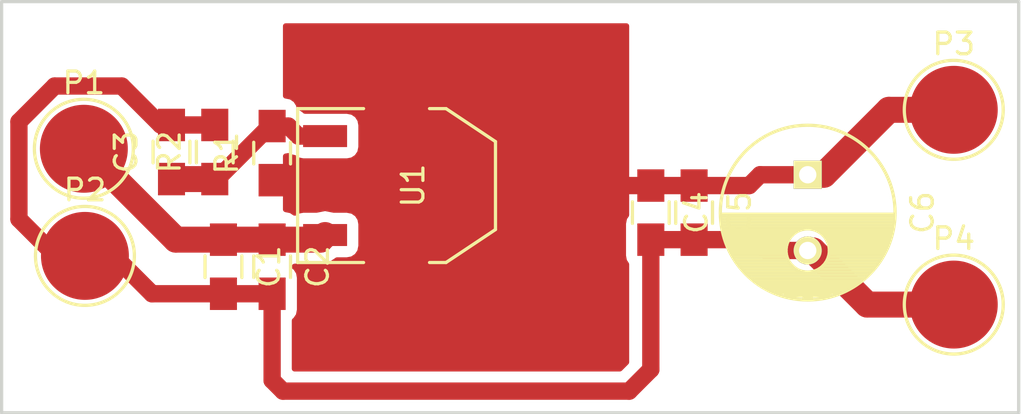
<source format=kicad_pcb>
(kicad_pcb (version 4) (host pcbnew 4.0.0-stable)

  (general
    (links 20)
    (no_connects 0)
    (area 141.924999 96.924999 189.075001 116.075001)
    (thickness 1.6)
    (drawings 4)
    (tracks 48)
    (zones 0)
    (modules 13)
    (nets 5)
  )

  (page A4)
  (layers
    (0 F.Cu signal)
    (31 B.Cu signal)
    (32 B.Adhes user)
    (33 F.Adhes user)
    (34 B.Paste user)
    (35 F.Paste user)
    (36 B.SilkS user)
    (37 F.SilkS user)
    (38 B.Mask user)
    (39 F.Mask user)
    (40 Dwgs.User user)
    (41 Cmts.User user)
    (42 Eco1.User user)
    (43 Eco2.User user)
    (44 Edge.Cuts user)
    (45 Margin user)
    (46 B.CrtYd user)
    (47 F.CrtYd user)
    (48 B.Fab user)
    (49 F.Fab user)
  )

  (setup
    (last_trace_width 0.25)
    (user_trace_width 0.4)
    (user_trace_width 0.5)
    (user_trace_width 0.8)
    (user_trace_width 1.2)
    (trace_clearance 0.2)
    (zone_clearance 0.508)
    (zone_45_only no)
    (trace_min 0.2)
    (segment_width 0.2)
    (edge_width 0.15)
    (via_size 0.6)
    (via_drill 0.4)
    (via_min_size 0.4)
    (via_min_drill 0.3)
    (uvia_size 0.3)
    (uvia_drill 0.1)
    (uvias_allowed no)
    (uvia_min_size 0.2)
    (uvia_min_drill 0.1)
    (pcb_text_width 0.3)
    (pcb_text_size 1.5 1.5)
    (mod_edge_width 0.15)
    (mod_text_size 1 1)
    (mod_text_width 0.15)
    (pad_size 1.524 1.524)
    (pad_drill 0.762)
    (pad_to_mask_clearance 0.2)
    (aux_axis_origin 0 0)
    (visible_elements 7FFFFFFF)
    (pcbplotparams
      (layerselection 0x00030_80000001)
      (usegerberextensions false)
      (excludeedgelayer true)
      (linewidth 0.100000)
      (plotframeref false)
      (viasonmask false)
      (mode 1)
      (useauxorigin false)
      (hpglpennumber 1)
      (hpglpenspeed 20)
      (hpglpendiameter 15)
      (hpglpenoverlay 2)
      (psnegative false)
      (psa4output false)
      (plotreference true)
      (plotvalue true)
      (plotinvisibletext false)
      (padsonsilk false)
      (subtractmaskfromsilk false)
      (outputformat 1)
      (mirror false)
      (drillshape 1)
      (scaleselection 1)
      (outputdirectory plot/))
  )

  (net 0 "")
  (net 1 "Net-(C1-Pad1)")
  (net 2 GND)
  (net 3 "Net-(C3-Pad1)")
  (net 4 "Net-(C4-Pad1)")

  (net_class Default "This is the default net class."
    (clearance 0.2)
    (trace_width 0.25)
    (via_dia 0.6)
    (via_drill 0.4)
    (uvia_dia 0.3)
    (uvia_drill 0.1)
    (add_net GND)
    (add_net "Net-(C1-Pad1)")
    (add_net "Net-(C3-Pad1)")
    (add_net "Net-(C4-Pad1)")
  )

  (module Connect:1pin (layer F.Cu) (tedit 572B9C71) (tstamp 572B9C88)
    (at 186 111)
    (descr "module 1 pin (ou trou mecanique de percage)")
    (tags DEV)
    (path /572BA5FE)
    (fp_text reference P4 (at 0 -3.048) (layer F.SilkS)
      (effects (font (size 1 1) (thickness 0.15)))
    )
    (fp_text value gnd (at 0 2.794) (layer F.Fab)
      (effects (font (size 1 1) (thickness 0.15)))
    )
    (fp_circle (center 0 0) (end 0 -2.286) (layer F.SilkS) (width 0.15))
    (pad 1 smd circle (at 0 0) (size 4.064 4.064) (layers F.Cu F.Paste F.Mask)
      (net 2 GND))
  )

  (module Connect:1pin (layer F.Cu) (tedit 572B9ABB) (tstamp 572B99A0)
    (at 186 102)
    (descr "module 1 pin (ou trou mecanique de percage)")
    (tags DEV)
    (path /572B9BAE)
    (fp_text reference P3 (at 0 -3.048) (layer F.SilkS)
      (effects (font (size 1 1) (thickness 0.15)))
    )
    (fp_text value out-12v (at 0 2.794) (layer F.Fab)
      (effects (font (size 1 1) (thickness 0.15)))
    )
    (fp_circle (center 0 0) (end 0 -2.286) (layer F.SilkS) (width 0.15))
    (pad 1 smd circle (at 0 0) (size 4.064 4.064) (layers F.Cu F.Paste F.Mask)
      (net 4 "Net-(C4-Pad1)"))
  )

  (module Connect:1pin (layer F.Cu) (tedit 572B9A98) (tstamp 572B9996)
    (at 145.8 103.8)
    (descr "module 1 pin (ou trou mecanique de percage)")
    (tags DEV)
    (path /572B9B47)
    (fp_text reference P1 (at 0 -3.048) (layer F.SilkS)
      (effects (font (size 1 1) (thickness 0.15)))
    )
    (fp_text value in-15v (at 0 2.794) (layer F.Fab)
      (effects (font (size 1 1) (thickness 0.15)))
    )
    (fp_circle (center 0 0) (end 0 -2.286) (layer F.SilkS) (width 0.15))
    (pad 1 smd circle (at 0 0) (size 4.064 4.064) (layers F.Cu F.Paste F.Mask)
      (net 1 "Net-(C1-Pad1)"))
  )

  (module Connect:1pin (layer F.Cu) (tedit 572B9A69) (tstamp 572B999B)
    (at 145.85 108.75)
    (descr "module 1 pin (ou trou mecanique de percage)")
    (tags DEV)
    (path /572B9F41)
    (fp_text reference P2 (at 0 -3.048) (layer F.SilkS)
      (effects (font (size 1 1) (thickness 0.15)))
    )
    (fp_text value gnd (at 0 2.794) (layer F.Fab)
      (effects (font (size 1 1) (thickness 0.15)))
    )
    (fp_circle (center 0 0) (end 0 -2.286) (layer F.SilkS) (width 0.15))
    (pad 1 smd circle (at 0 0) (size 4.064 4.064) (layers F.Cu F.Paste F.Mask)
      (net 2 GND))
  )

  (module TO_SOT_Packages_SMD:SOT-223 (layer F.Cu) (tedit 572B99DE) (tstamp 572B99B4)
    (at 160.25 105.5 270)
    (descr "module CMS SOT223 4 pins")
    (tags "CMS SOT")
    (path /572B9637)
    (attr smd)
    (fp_text reference U1 (at 0 -0.762 270) (layer F.SilkS)
      (effects (font (size 1 1) (thickness 0.15)))
    )
    (fp_text value LM317EMP (at 0 0.762 270) (layer F.Fab)
      (effects (font (size 1 1) (thickness 0.15)))
    )
    (fp_line (start -3.556 1.524) (end -3.556 4.572) (layer F.SilkS) (width 0.15))
    (fp_line (start -3.556 4.572) (end 3.556 4.572) (layer F.SilkS) (width 0.15))
    (fp_line (start 3.556 4.572) (end 3.556 1.524) (layer F.SilkS) (width 0.15))
    (fp_line (start -3.556 -1.524) (end -3.556 -2.286) (layer F.SilkS) (width 0.15))
    (fp_line (start -3.556 -2.286) (end -2.032 -4.572) (layer F.SilkS) (width 0.15))
    (fp_line (start -2.032 -4.572) (end 2.032 -4.572) (layer F.SilkS) (width 0.15))
    (fp_line (start 2.032 -4.572) (end 3.556 -2.286) (layer F.SilkS) (width 0.15))
    (fp_line (start 3.556 -2.286) (end 3.556 -1.524) (layer F.SilkS) (width 0.15))
    (pad 2 smd rect (at 0 -3.302 270) (size 3.6576 2.032) (layers F.Cu F.Paste F.Mask)
      (net 4 "Net-(C4-Pad1)"))
    (pad 2 smd rect (at 0 3.302 270) (size 1.016 2.032) (layers F.Cu F.Paste F.Mask)
      (net 4 "Net-(C4-Pad1)"))
    (pad 3 smd rect (at 2.286 3.302 270) (size 1.016 2.032) (layers F.Cu F.Paste F.Mask)
      (net 1 "Net-(C1-Pad1)"))
    (pad 1 smd rect (at -2.286 3.302 270) (size 1.016 2.032) (layers F.Cu F.Paste F.Mask)
      (net 3 "Net-(C3-Pad1)"))
    (model TO_SOT_Packages_SMD.3dshapes/SOT-223.wrl
      (at (xyz 0 0 0))
      (scale (xyz 0.4 0.4 0.4))
      (rotate (xyz 0 0 0))
    )
  )

  (module Capacitors_SMD:C_0805_HandSoldering (layer F.Cu) (tedit 573B5D94) (tstamp 572B9973)
    (at 152.25 109.25 270)
    (descr "Capacitor SMD 0805, hand soldering")
    (tags "capacitor 0805")
    (path /572B9AF5)
    (attr smd)
    (fp_text reference C1 (at 0 -2.1 270) (layer F.SilkS)
      (effects (font (size 1 1) (thickness 0.15)))
    )
    (fp_text value 4u7 (at -0.25 0.25 270) (layer F.Fab)
      (effects (font (size 1 1) (thickness 0.15)))
    )
    (fp_line (start -2.3 -1) (end 2.3 -1) (layer F.CrtYd) (width 0.05))
    (fp_line (start -2.3 1) (end 2.3 1) (layer F.CrtYd) (width 0.05))
    (fp_line (start -2.3 -1) (end -2.3 1) (layer F.CrtYd) (width 0.05))
    (fp_line (start 2.3 -1) (end 2.3 1) (layer F.CrtYd) (width 0.05))
    (fp_line (start 0.5 -0.85) (end -0.5 -0.85) (layer F.SilkS) (width 0.15))
    (fp_line (start -0.5 0.85) (end 0.5 0.85) (layer F.SilkS) (width 0.15))
    (pad 1 smd rect (at -1.25 0 270) (size 1.5 1.25) (layers F.Cu F.Paste F.Mask)
      (net 1 "Net-(C1-Pad1)"))
    (pad 2 smd rect (at 1.25 0 270) (size 1.5 1.25) (layers F.Cu F.Paste F.Mask)
      (net 2 GND))
    (model Capacitors_SMD.3dshapes/C_0805_HandSoldering.wrl
      (at (xyz 0 0 0))
      (scale (xyz 1 1 1))
      (rotate (xyz 0 0 0))
    )
  )

  (module Capacitors_SMD:C_0805_HandSoldering (layer F.Cu) (tedit 573B5D92) (tstamp 572B9979)
    (at 154.5 109.25 270)
    (descr "Capacitor SMD 0805, hand soldering")
    (tags "capacitor 0805")
    (path /572B995B)
    (attr smd)
    (fp_text reference C2 (at 0 -2.1 270) (layer F.SilkS)
      (effects (font (size 1 1) (thickness 0.15)))
    )
    (fp_text value 100n (at -0.25 0.5 270) (layer F.Fab)
      (effects (font (size 1 1) (thickness 0.15)))
    )
    (fp_line (start -2.3 -1) (end 2.3 -1) (layer F.CrtYd) (width 0.05))
    (fp_line (start -2.3 1) (end 2.3 1) (layer F.CrtYd) (width 0.05))
    (fp_line (start -2.3 -1) (end -2.3 1) (layer F.CrtYd) (width 0.05))
    (fp_line (start 2.3 -1) (end 2.3 1) (layer F.CrtYd) (width 0.05))
    (fp_line (start 0.5 -0.85) (end -0.5 -0.85) (layer F.SilkS) (width 0.15))
    (fp_line (start -0.5 0.85) (end 0.5 0.85) (layer F.SilkS) (width 0.15))
    (pad 1 smd rect (at -1.25 0 270) (size 1.5 1.25) (layers F.Cu F.Paste F.Mask)
      (net 1 "Net-(C1-Pad1)"))
    (pad 2 smd rect (at 1.25 0 270) (size 1.5 1.25) (layers F.Cu F.Paste F.Mask)
      (net 2 GND))
    (model Capacitors_SMD.3dshapes/C_0805_HandSoldering.wrl
      (at (xyz 0 0 0))
      (scale (xyz 1 1 1))
      (rotate (xyz 0 0 0))
    )
  )

  (module Capacitors_SMD:C_0805_HandSoldering (layer F.Cu) (tedit 573B5D8D) (tstamp 572B997F)
    (at 149.85 103.95 90)
    (descr "Capacitor SMD 0805, hand soldering")
    (tags "capacitor 0805")
    (path /572B97E2)
    (attr smd)
    (fp_text reference C3 (at 0 -2.1 90) (layer F.SilkS)
      (effects (font (size 1 1) (thickness 0.15)))
    )
    (fp_text value 100n (at -0.05 0.15 90) (layer F.Fab)
      (effects (font (size 1 1) (thickness 0.15)))
    )
    (fp_line (start -2.3 -1) (end 2.3 -1) (layer F.CrtYd) (width 0.05))
    (fp_line (start -2.3 1) (end 2.3 1) (layer F.CrtYd) (width 0.05))
    (fp_line (start -2.3 -1) (end -2.3 1) (layer F.CrtYd) (width 0.05))
    (fp_line (start 2.3 -1) (end 2.3 1) (layer F.CrtYd) (width 0.05))
    (fp_line (start 0.5 -0.85) (end -0.5 -0.85) (layer F.SilkS) (width 0.15))
    (fp_line (start -0.5 0.85) (end 0.5 0.85) (layer F.SilkS) (width 0.15))
    (pad 1 smd rect (at -1.25 0 90) (size 1.5 1.25) (layers F.Cu F.Paste F.Mask)
      (net 3 "Net-(C3-Pad1)"))
    (pad 2 smd rect (at 1.25 0 90) (size 1.5 1.25) (layers F.Cu F.Paste F.Mask)
      (net 2 GND))
    (model Capacitors_SMD.3dshapes/C_0805_HandSoldering.wrl
      (at (xyz 0 0 0))
      (scale (xyz 1 1 1))
      (rotate (xyz 0 0 0))
    )
  )

  (module Capacitors_SMD:C_0805_HandSoldering (layer F.Cu) (tedit 541A9B8D) (tstamp 572B9985)
    (at 172 106.75 270)
    (descr "Capacitor SMD 0805, hand soldering")
    (tags "capacitor 0805")
    (path /572B9C6F)
    (attr smd)
    (fp_text reference C4 (at 0 -2.1 270) (layer F.SilkS)
      (effects (font (size 1 1) (thickness 0.15)))
    )
    (fp_text value 100n (at 0 2.1 270) (layer F.Fab)
      (effects (font (size 1 1) (thickness 0.15)))
    )
    (fp_line (start -2.3 -1) (end 2.3 -1) (layer F.CrtYd) (width 0.05))
    (fp_line (start -2.3 1) (end 2.3 1) (layer F.CrtYd) (width 0.05))
    (fp_line (start -2.3 -1) (end -2.3 1) (layer F.CrtYd) (width 0.05))
    (fp_line (start 2.3 -1) (end 2.3 1) (layer F.CrtYd) (width 0.05))
    (fp_line (start 0.5 -0.85) (end -0.5 -0.85) (layer F.SilkS) (width 0.15))
    (fp_line (start -0.5 0.85) (end 0.5 0.85) (layer F.SilkS) (width 0.15))
    (pad 1 smd rect (at -1.25 0 270) (size 1.5 1.25) (layers F.Cu F.Paste F.Mask)
      (net 4 "Net-(C4-Pad1)"))
    (pad 2 smd rect (at 1.25 0 270) (size 1.5 1.25) (layers F.Cu F.Paste F.Mask)
      (net 2 GND))
    (model Capacitors_SMD.3dshapes/C_0805_HandSoldering.wrl
      (at (xyz 0 0 0))
      (scale (xyz 1 1 1))
      (rotate (xyz 0 0 0))
    )
  )

  (module Capacitors_SMD:C_0805_HandSoldering (layer F.Cu) (tedit 541A9B8D) (tstamp 572B998B)
    (at 174 106.75 270)
    (descr "Capacitor SMD 0805, hand soldering")
    (tags "capacitor 0805")
    (path /572B9D68)
    (attr smd)
    (fp_text reference C5 (at 0 -2.1 270) (layer F.SilkS)
      (effects (font (size 1 1) (thickness 0.15)))
    )
    (fp_text value 4u7 (at 0 2.1 270) (layer F.Fab)
      (effects (font (size 1 1) (thickness 0.15)))
    )
    (fp_line (start -2.3 -1) (end 2.3 -1) (layer F.CrtYd) (width 0.05))
    (fp_line (start -2.3 1) (end 2.3 1) (layer F.CrtYd) (width 0.05))
    (fp_line (start -2.3 -1) (end -2.3 1) (layer F.CrtYd) (width 0.05))
    (fp_line (start 2.3 -1) (end 2.3 1) (layer F.CrtYd) (width 0.05))
    (fp_line (start 0.5 -0.85) (end -0.5 -0.85) (layer F.SilkS) (width 0.15))
    (fp_line (start -0.5 0.85) (end 0.5 0.85) (layer F.SilkS) (width 0.15))
    (pad 1 smd rect (at -1.25 0 270) (size 1.5 1.25) (layers F.Cu F.Paste F.Mask)
      (net 4 "Net-(C4-Pad1)"))
    (pad 2 smd rect (at 1.25 0 270) (size 1.5 1.25) (layers F.Cu F.Paste F.Mask)
      (net 2 GND))
    (model Capacitors_SMD.3dshapes/C_0805_HandSoldering.wrl
      (at (xyz 0 0 0))
      (scale (xyz 1 1 1))
      (rotate (xyz 0 0 0))
    )
  )

  (module Capacitors_ThroughHole:C_Radial_D8_L11.5_P3.5 (layer F.Cu) (tedit 0) (tstamp 572B9991)
    (at 179.25 105 270)
    (descr "Radial Electrolytic Capacitor Diameter 8mm x Length 11.5mm, Pitch 3.5mm")
    (tags "Electrolytic Capacitor")
    (path /572B9E01)
    (fp_text reference C6 (at 1.75 -5.3 270) (layer F.SilkS)
      (effects (font (size 1 1) (thickness 0.15)))
    )
    (fp_text value CP (at 1.75 5.3 270) (layer F.Fab)
      (effects (font (size 1 1) (thickness 0.15)))
    )
    (fp_line (start 1.825 -3.999) (end 1.825 3.999) (layer F.SilkS) (width 0.15))
    (fp_line (start 1.965 -3.994) (end 1.965 3.994) (layer F.SilkS) (width 0.15))
    (fp_line (start 2.105 -3.984) (end 2.105 3.984) (layer F.SilkS) (width 0.15))
    (fp_line (start 2.245 -3.969) (end 2.245 3.969) (layer F.SilkS) (width 0.15))
    (fp_line (start 2.385 -3.949) (end 2.385 3.949) (layer F.SilkS) (width 0.15))
    (fp_line (start 2.525 -3.924) (end 2.525 -0.222) (layer F.SilkS) (width 0.15))
    (fp_line (start 2.525 0.222) (end 2.525 3.924) (layer F.SilkS) (width 0.15))
    (fp_line (start 2.665 -3.894) (end 2.665 -0.55) (layer F.SilkS) (width 0.15))
    (fp_line (start 2.665 0.55) (end 2.665 3.894) (layer F.SilkS) (width 0.15))
    (fp_line (start 2.805 -3.858) (end 2.805 -0.719) (layer F.SilkS) (width 0.15))
    (fp_line (start 2.805 0.719) (end 2.805 3.858) (layer F.SilkS) (width 0.15))
    (fp_line (start 2.945 -3.817) (end 2.945 -0.832) (layer F.SilkS) (width 0.15))
    (fp_line (start 2.945 0.832) (end 2.945 3.817) (layer F.SilkS) (width 0.15))
    (fp_line (start 3.085 -3.771) (end 3.085 -0.91) (layer F.SilkS) (width 0.15))
    (fp_line (start 3.085 0.91) (end 3.085 3.771) (layer F.SilkS) (width 0.15))
    (fp_line (start 3.225 -3.718) (end 3.225 -0.961) (layer F.SilkS) (width 0.15))
    (fp_line (start 3.225 0.961) (end 3.225 3.718) (layer F.SilkS) (width 0.15))
    (fp_line (start 3.365 -3.659) (end 3.365 -0.991) (layer F.SilkS) (width 0.15))
    (fp_line (start 3.365 0.991) (end 3.365 3.659) (layer F.SilkS) (width 0.15))
    (fp_line (start 3.505 -3.594) (end 3.505 -1) (layer F.SilkS) (width 0.15))
    (fp_line (start 3.505 1) (end 3.505 3.594) (layer F.SilkS) (width 0.15))
    (fp_line (start 3.645 -3.523) (end 3.645 -0.989) (layer F.SilkS) (width 0.15))
    (fp_line (start 3.645 0.989) (end 3.645 3.523) (layer F.SilkS) (width 0.15))
    (fp_line (start 3.785 -3.444) (end 3.785 -0.959) (layer F.SilkS) (width 0.15))
    (fp_line (start 3.785 0.959) (end 3.785 3.444) (layer F.SilkS) (width 0.15))
    (fp_line (start 3.925 -3.357) (end 3.925 -0.905) (layer F.SilkS) (width 0.15))
    (fp_line (start 3.925 0.905) (end 3.925 3.357) (layer F.SilkS) (width 0.15))
    (fp_line (start 4.065 -3.262) (end 4.065 -0.825) (layer F.SilkS) (width 0.15))
    (fp_line (start 4.065 0.825) (end 4.065 3.262) (layer F.SilkS) (width 0.15))
    (fp_line (start 4.205 -3.158) (end 4.205 -0.709) (layer F.SilkS) (width 0.15))
    (fp_line (start 4.205 0.709) (end 4.205 3.158) (layer F.SilkS) (width 0.15))
    (fp_line (start 4.345 -3.044) (end 4.345 -0.535) (layer F.SilkS) (width 0.15))
    (fp_line (start 4.345 0.535) (end 4.345 3.044) (layer F.SilkS) (width 0.15))
    (fp_line (start 4.485 -2.919) (end 4.485 -0.173) (layer F.SilkS) (width 0.15))
    (fp_line (start 4.485 0.173) (end 4.485 2.919) (layer F.SilkS) (width 0.15))
    (fp_line (start 4.625 -2.781) (end 4.625 2.781) (layer F.SilkS) (width 0.15))
    (fp_line (start 4.765 -2.629) (end 4.765 2.629) (layer F.SilkS) (width 0.15))
    (fp_line (start 4.905 -2.459) (end 4.905 2.459) (layer F.SilkS) (width 0.15))
    (fp_line (start 5.045 -2.268) (end 5.045 2.268) (layer F.SilkS) (width 0.15))
    (fp_line (start 5.185 -2.05) (end 5.185 2.05) (layer F.SilkS) (width 0.15))
    (fp_line (start 5.325 -1.794) (end 5.325 1.794) (layer F.SilkS) (width 0.15))
    (fp_line (start 5.465 -1.483) (end 5.465 1.483) (layer F.SilkS) (width 0.15))
    (fp_line (start 5.605 -1.067) (end 5.605 1.067) (layer F.SilkS) (width 0.15))
    (fp_line (start 5.745 -0.2) (end 5.745 0.2) (layer F.SilkS) (width 0.15))
    (fp_circle (center 3.5 0) (end 3.5 -1) (layer F.SilkS) (width 0.15))
    (fp_circle (center 1.75 0) (end 1.75 -4.0375) (layer F.SilkS) (width 0.15))
    (fp_circle (center 1.75 0) (end 1.75 -4.3) (layer F.CrtYd) (width 0.05))
    (pad 2 thru_hole circle (at 3.5 0 270) (size 1.3 1.3) (drill 0.8) (layers *.Cu *.Mask F.SilkS)
      (net 2 GND))
    (pad 1 thru_hole rect (at 0 0 270) (size 1.3 1.3) (drill 0.8) (layers *.Cu *.Mask F.SilkS)
      (net 4 "Net-(C4-Pad1)"))
    (model Capacitors_ThroughHole.3dshapes/C_Radial_D8_L11.5_P3.5.wrl
      (at (xyz 0 0 0))
      (scale (xyz 1 1 1))
      (rotate (xyz 0 0 0))
    )
  )

  (module Capacitors_SMD:C_0805_HandSoldering (layer F.Cu) (tedit 573B5D80) (tstamp 572B99A6)
    (at 154.5 104 90)
    (descr "Capacitor SMD 0805, hand soldering")
    (tags "capacitor 0805")
    (path /572B968F)
    (attr smd)
    (fp_text reference R1 (at 0 -2.1 90) (layer F.SilkS)
      (effects (font (size 1 1) (thickness 0.15)))
    )
    (fp_text value 820R (at 0 0.5 90) (layer F.Fab)
      (effects (font (size 1 1) (thickness 0.15)))
    )
    (fp_line (start -2.3 -1) (end 2.3 -1) (layer F.CrtYd) (width 0.05))
    (fp_line (start -2.3 1) (end 2.3 1) (layer F.CrtYd) (width 0.05))
    (fp_line (start -2.3 -1) (end -2.3 1) (layer F.CrtYd) (width 0.05))
    (fp_line (start 2.3 -1) (end 2.3 1) (layer F.CrtYd) (width 0.05))
    (fp_line (start 0.5 -0.85) (end -0.5 -0.85) (layer F.SilkS) (width 0.15))
    (fp_line (start -0.5 0.85) (end 0.5 0.85) (layer F.SilkS) (width 0.15))
    (pad 1 smd rect (at -1.25 0 90) (size 1.5 1.25) (layers F.Cu F.Paste F.Mask)
      (net 4 "Net-(C4-Pad1)"))
    (pad 2 smd rect (at 1.25 0 90) (size 1.5 1.25) (layers F.Cu F.Paste F.Mask)
      (net 3 "Net-(C3-Pad1)"))
    (model Capacitors_SMD.3dshapes/C_0805_HandSoldering.wrl
      (at (xyz 0 0 0))
      (scale (xyz 1 1 1))
      (rotate (xyz 0 0 0))
    )
  )

  (module Capacitors_SMD:C_0805_HandSoldering (layer F.Cu) (tedit 573B5D8A) (tstamp 572B99AC)
    (at 151.85 103.95 90)
    (descr "Capacitor SMD 0805, hand soldering")
    (tags "capacitor 0805")
    (path /572B972E)
    (attr smd)
    (fp_text reference R2 (at 0 -2.1 90) (layer F.SilkS)
      (effects (font (size 1 1) (thickness 0.15)))
    )
    (fp_text value 6k8 (at -0.05 0.15 90) (layer F.Fab)
      (effects (font (size 1 1) (thickness 0.15)))
    )
    (fp_line (start -2.3 -1) (end 2.3 -1) (layer F.CrtYd) (width 0.05))
    (fp_line (start -2.3 1) (end 2.3 1) (layer F.CrtYd) (width 0.05))
    (fp_line (start -2.3 -1) (end -2.3 1) (layer F.CrtYd) (width 0.05))
    (fp_line (start 2.3 -1) (end 2.3 1) (layer F.CrtYd) (width 0.05))
    (fp_line (start 0.5 -0.85) (end -0.5 -0.85) (layer F.SilkS) (width 0.15))
    (fp_line (start -0.5 0.85) (end 0.5 0.85) (layer F.SilkS) (width 0.15))
    (pad 1 smd rect (at -1.25 0 90) (size 1.5 1.25) (layers F.Cu F.Paste F.Mask)
      (net 3 "Net-(C3-Pad1)"))
    (pad 2 smd rect (at 1.25 0 90) (size 1.5 1.25) (layers F.Cu F.Paste F.Mask)
      (net 2 GND))
    (model Capacitors_SMD.3dshapes/C_0805_HandSoldering.wrl
      (at (xyz 0 0 0))
      (scale (xyz 1 1 1))
      (rotate (xyz 0 0 0))
    )
  )

  (gr_line (start 142 116) (end 142 97) (angle 90) (layer Edge.Cuts) (width 0.15))
  (gr_line (start 189 116) (end 142 116) (angle 90) (layer Edge.Cuts) (width 0.15))
  (gr_line (start 189 97) (end 189 116) (angle 90) (layer Edge.Cuts) (width 0.15))
  (gr_line (start 142 97) (end 189 97) (angle 90) (layer Edge.Cuts) (width 0.15))

  (segment (start 154.5 108) (end 156.734 108) (width 1.2) (layer F.Cu) (net 1))
  (segment (start 156.734 108) (end 156.948 107.786) (width 1.2) (layer F.Cu) (net 1) (tstamp 572B9B8B))
  (segment (start 152.25 108) (end 154.5 108) (width 1.2) (layer F.Cu) (net 1))
  (segment (start 145.8 103.8) (end 145.85 103.8) (width 1.2) (layer F.Cu) (net 1))
  (segment (start 145.85 103.8) (end 150.05 108) (width 1.2) (layer F.Cu) (net 1) (tstamp 572B9B7F))
  (segment (start 150.05 108) (end 152.25 108) (width 1.2) (layer F.Cu) (net 1) (tstamp 572B9B85))
  (segment (start 179.25 108.5) (end 179.5 108.5) (width 1.2) (layer F.Cu) (net 2))
  (segment (start 179.5 108.5) (end 182 111) (width 1.2) (layer F.Cu) (net 2) (tstamp 572B9CAE))
  (segment (start 182 111) (end 186 111) (width 1.2) (layer F.Cu) (net 2) (tstamp 572B9CAF))
  (segment (start 154.5 110.5) (end 154.5 114.5) (width 0.8) (layer F.Cu) (net 2))
  (segment (start 172 114) (end 172 108) (width 0.8) (layer F.Cu) (net 2) (tstamp 572B9C0F))
  (segment (start 171 115) (end 172 114) (width 0.8) (layer F.Cu) (net 2) (tstamp 572B9C0E))
  (segment (start 155 115) (end 171 115) (width 0.8) (layer F.Cu) (net 2) (tstamp 572B9C0C))
  (segment (start 154.5 114.5) (end 155 115) (width 0.8) (layer F.Cu) (net 2) (tstamp 572B9C0B))
  (segment (start 149.85 102.7) (end 151.85 102.7) (width 0.8) (layer F.Cu) (net 2))
  (segment (start 145.85 108.75) (end 144.5 108.75) (width 0.8) (layer F.Cu) (net 2))
  (segment (start 144.5 108.75) (end 142.8 107.05) (width 0.8) (layer F.Cu) (net 2) (tstamp 572B9BC6))
  (segment (start 147.55 100.9) (end 149.35 102.7) (width 0.8) (layer F.Cu) (net 2) (tstamp 572B9BCB))
  (segment (start 144.45 100.9) (end 147.55 100.9) (width 0.8) (layer F.Cu) (net 2) (tstamp 572B9BCA))
  (segment (start 142.8 102.55) (end 144.45 100.9) (width 0.8) (layer F.Cu) (net 2) (tstamp 572B9BC9))
  (segment (start 142.8 107.05) (end 142.8 102.55) (width 0.8) (layer F.Cu) (net 2) (tstamp 572B9BC7))
  (segment (start 149.35 102.7) (end 149.85 102.7) (width 0.8) (layer F.Cu) (net 2) (tstamp 572B9BCC))
  (segment (start 152.25 110.5) (end 154.5 110.5) (width 0.8) (layer F.Cu) (net 2))
  (segment (start 145.85 108.75) (end 147.2 108.75) (width 0.8) (layer F.Cu) (net 2))
  (segment (start 147.2 108.75) (end 148.95 110.5) (width 0.8) (layer F.Cu) (net 2) (tstamp 572B9BB5))
  (segment (start 148.95 110.5) (end 152.25 110.5) (width 0.8) (layer F.Cu) (net 2) (tstamp 572B9BB6))
  (segment (start 174 108) (end 176.85 108) (width 0.8) (layer F.Cu) (net 2))
  (segment (start 177.35 108.5) (end 179.25 108.5) (width 0.8) (layer F.Cu) (net 2) (tstamp 572B9BAE))
  (segment (start 176.85 108) (end 177.35 108.5) (width 0.8) (layer F.Cu) (net 2) (tstamp 572B9BAD))
  (segment (start 172 108) (end 174 108) (width 0.8) (layer F.Cu) (net 2))
  (segment (start 154.5 102.75) (end 155.25 102.75) (width 0.8) (layer F.Cu) (net 3))
  (segment (start 155.714 103.214) (end 156.948 103.214) (width 0.8) (layer F.Cu) (net 3) (tstamp 572B9B9B))
  (segment (start 155.25 102.75) (end 155.714 103.214) (width 0.8) (layer F.Cu) (net 3) (tstamp 572B9B9A))
  (segment (start 151.85 105.2) (end 151.95 105.2) (width 0.8) (layer F.Cu) (net 3))
  (segment (start 151.95 105.2) (end 154.4 102.75) (width 0.8) (layer F.Cu) (net 3) (tstamp 572B9B90))
  (segment (start 154.4 102.75) (end 154.5 102.75) (width 0.8) (layer F.Cu) (net 3) (tstamp 572B9B96))
  (segment (start 149.85 105.2) (end 151.85 105.2) (width 1.2) (layer F.Cu) (net 3))
  (segment (start 179.25 105) (end 180 105) (width 1.2) (layer F.Cu) (net 4))
  (segment (start 183 102) (end 186 102) (width 1.2) (layer F.Cu) (net 4) (tstamp 572B9CAA))
  (segment (start 180 105) (end 183 102) (width 1.2) (layer F.Cu) (net 4) (tstamp 572B9CA6))
  (segment (start 174 105.5) (end 176.55 105.5) (width 0.8) (layer F.Cu) (net 4))
  (segment (start 177.05 105) (end 179.25 105) (width 0.8) (layer F.Cu) (net 4) (tstamp 572B9BA8))
  (segment (start 176.55 105.5) (end 177.05 105) (width 0.8) (layer F.Cu) (net 4) (tstamp 572B9BA7))
  (segment (start 172 105.5) (end 174 105.5) (width 0.8) (layer F.Cu) (net 4))
  (segment (start 163.552 105.5) (end 172 105.5) (width 0.8) (layer F.Cu) (net 4))
  (segment (start 156.948 105.5) (end 163.552 105.5) (width 0.8) (layer F.Cu) (net 4))
  (segment (start 154.5 105.25) (end 156.698 105.25) (width 0.8) (layer F.Cu) (net 4))
  (segment (start 156.698 105.25) (end 156.948 105.5) (width 0.8) (layer F.Cu) (net 4) (tstamp 572B9B9E))

  (zone (net 4) (net_name "Net-(C4-Pad1)") (layer F.Cu) (tstamp 572B9BF3) (hatch edge 0.508)
    (connect_pads yes (clearance 0.508))
    (min_thickness 0.254)
    (fill yes (arc_segments 16) (thermal_gap 0.508) (thermal_bridge_width 0.508))
    (polygon
      (pts
        (xy 171 115) (xy 155 115) (xy 155 98) (xy 171 98) (xy 171 115)
      )
    )
    (filled_polygon
      (pts
        (xy 170.873 106.859906) (xy 170.778569 106.99811) (xy 170.72756 107.25) (xy 170.72756 108.75) (xy 170.771838 108.985317)
        (xy 170.873 109.142527) (xy 170.873 113.663289) (xy 170.571288 113.965) (xy 155.535 113.965) (xy 155.535 111.740757)
        (xy 155.576441 111.71409) (xy 155.721431 111.50189) (xy 155.77244 111.25) (xy 155.77244 109.75) (xy 155.728162 109.514683)
        (xy 155.58909 109.298559) (xy 155.519289 109.250866) (xy 155.543946 109.235) (xy 156.734 109.235) (xy 157.206614 109.140991)
        (xy 157.505264 108.94144) (xy 157.964 108.94144) (xy 158.199317 108.897162) (xy 158.415441 108.75809) (xy 158.560431 108.54589)
        (xy 158.61144 108.294) (xy 158.61144 107.278) (xy 158.567162 107.042683) (xy 158.42809 106.826559) (xy 158.21589 106.681569)
        (xy 157.964 106.63056) (xy 157.347974 106.63056) (xy 156.948 106.551) (xy 156.548026 106.63056) (xy 155.932 106.63056)
        (xy 155.696683 106.674838) (xy 155.556567 106.765) (xy 155.539975 106.765) (xy 155.37689 106.653569) (xy 155.127 106.602965)
        (xy 155.127 104.147064) (xy 155.248936 104.12412) (xy 155.283838 104.14744) (xy 155.317923 104.170215) (xy 155.522847 104.210978)
        (xy 155.68011 104.318431) (xy 155.932 104.36944) (xy 157.964 104.36944) (xy 158.199317 104.325162) (xy 158.415441 104.18609)
        (xy 158.560431 103.97389) (xy 158.61144 103.722) (xy 158.61144 102.706) (xy 158.567162 102.470683) (xy 158.42809 102.254559)
        (xy 158.21589 102.109569) (xy 157.964 102.05856) (xy 156.022272 102.05856) (xy 155.981856 102.018144) (xy 155.74623 101.860704)
        (xy 155.728162 101.764683) (xy 155.58909 101.548559) (xy 155.37689 101.403569) (xy 155.127 101.352965) (xy 155.127 98.127)
        (xy 170.873 98.127)
      )
    )
  )
)

</source>
